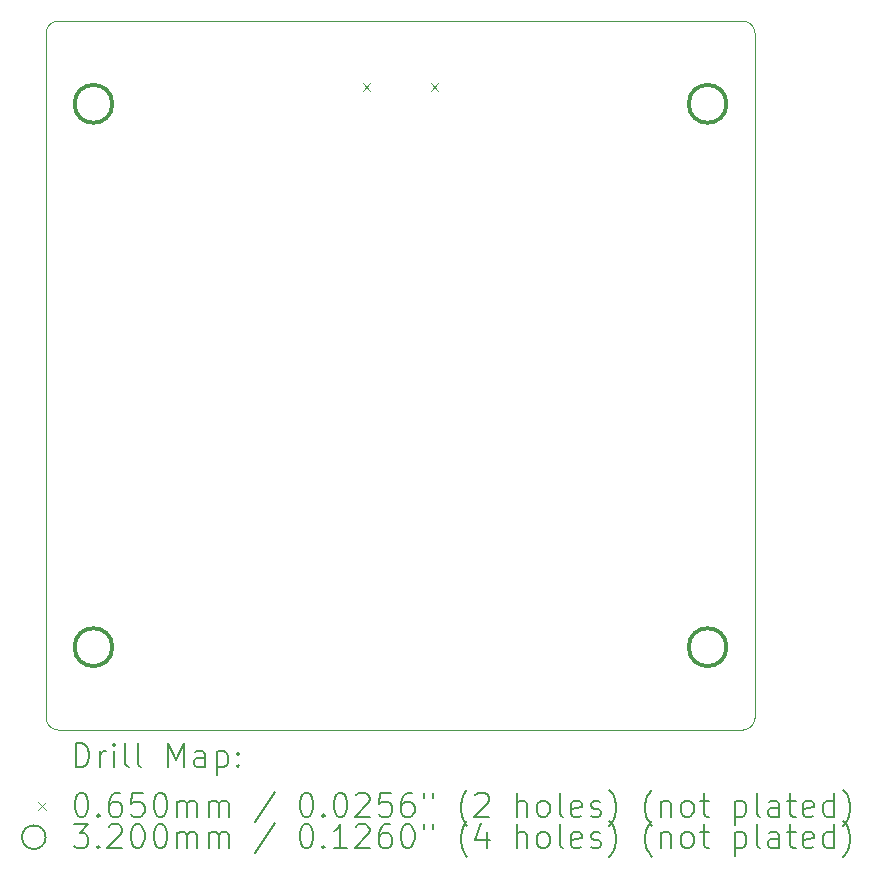
<source format=gbr>
%FSLAX45Y45*%
G04 Gerber Fmt 4.5, Leading zero omitted, Abs format (unit mm)*
G04 Created by KiCad (PCBNEW (6.0.1-0)) date 2022-07-10 21:45:14*
%MOMM*%
%LPD*%
G01*
G04 APERTURE LIST*
%TA.AperFunction,Profile*%
%ADD10C,0.100000*%
%TD*%
%ADD11C,0.200000*%
%ADD12C,0.065000*%
%ADD13C,0.320000*%
G04 APERTURE END LIST*
D10*
X12100000Y-7000000D02*
G75*
G03*
X12000000Y-7100000I0J-100000D01*
G01*
X18000000Y-7100000D02*
G75*
G03*
X17900000Y-7000000I-100000J0D01*
G01*
X17900000Y-13000000D02*
G75*
G03*
X18000000Y-12900000I0J100000D01*
G01*
X12000000Y-12900000D02*
G75*
G03*
X12100000Y-13000000I100000J0D01*
G01*
X12000000Y-12900000D02*
X12000000Y-7100000D01*
X18000000Y-7100000D02*
X18000000Y-12900000D01*
X17900000Y-13000000D02*
X12100000Y-13000000D01*
X12100000Y-7000000D02*
X17900000Y-7000000D01*
D11*
D12*
X14678500Y-7527500D02*
X14743500Y-7592500D01*
X14743500Y-7527500D02*
X14678500Y-7592500D01*
X15256500Y-7527500D02*
X15321500Y-7592500D01*
X15321500Y-7527500D02*
X15256500Y-7592500D01*
D13*
X12560000Y-7700000D02*
G75*
G03*
X12560000Y-7700000I-160000J0D01*
G01*
X12560000Y-12300000D02*
G75*
G03*
X12560000Y-12300000I-160000J0D01*
G01*
X17760000Y-7700000D02*
G75*
G03*
X17760000Y-7700000I-160000J0D01*
G01*
X17760000Y-12300000D02*
G75*
G03*
X17760000Y-12300000I-160000J0D01*
G01*
D11*
X12252619Y-13315476D02*
X12252619Y-13115476D01*
X12300238Y-13115476D01*
X12328809Y-13125000D01*
X12347857Y-13144048D01*
X12357381Y-13163095D01*
X12366905Y-13201190D01*
X12366905Y-13229762D01*
X12357381Y-13267857D01*
X12347857Y-13286905D01*
X12328809Y-13305952D01*
X12300238Y-13315476D01*
X12252619Y-13315476D01*
X12452619Y-13315476D02*
X12452619Y-13182143D01*
X12452619Y-13220238D02*
X12462143Y-13201190D01*
X12471667Y-13191667D01*
X12490714Y-13182143D01*
X12509762Y-13182143D01*
X12576428Y-13315476D02*
X12576428Y-13182143D01*
X12576428Y-13115476D02*
X12566905Y-13125000D01*
X12576428Y-13134524D01*
X12585952Y-13125000D01*
X12576428Y-13115476D01*
X12576428Y-13134524D01*
X12700238Y-13315476D02*
X12681190Y-13305952D01*
X12671667Y-13286905D01*
X12671667Y-13115476D01*
X12805000Y-13315476D02*
X12785952Y-13305952D01*
X12776428Y-13286905D01*
X12776428Y-13115476D01*
X13033571Y-13315476D02*
X13033571Y-13115476D01*
X13100238Y-13258333D01*
X13166905Y-13115476D01*
X13166905Y-13315476D01*
X13347857Y-13315476D02*
X13347857Y-13210714D01*
X13338333Y-13191667D01*
X13319286Y-13182143D01*
X13281190Y-13182143D01*
X13262143Y-13191667D01*
X13347857Y-13305952D02*
X13328809Y-13315476D01*
X13281190Y-13315476D01*
X13262143Y-13305952D01*
X13252619Y-13286905D01*
X13252619Y-13267857D01*
X13262143Y-13248809D01*
X13281190Y-13239286D01*
X13328809Y-13239286D01*
X13347857Y-13229762D01*
X13443095Y-13182143D02*
X13443095Y-13382143D01*
X13443095Y-13191667D02*
X13462143Y-13182143D01*
X13500238Y-13182143D01*
X13519286Y-13191667D01*
X13528809Y-13201190D01*
X13538333Y-13220238D01*
X13538333Y-13277381D01*
X13528809Y-13296428D01*
X13519286Y-13305952D01*
X13500238Y-13315476D01*
X13462143Y-13315476D01*
X13443095Y-13305952D01*
X13624048Y-13296428D02*
X13633571Y-13305952D01*
X13624048Y-13315476D01*
X13614524Y-13305952D01*
X13624048Y-13296428D01*
X13624048Y-13315476D01*
X13624048Y-13191667D02*
X13633571Y-13201190D01*
X13624048Y-13210714D01*
X13614524Y-13201190D01*
X13624048Y-13191667D01*
X13624048Y-13210714D01*
D12*
X11930000Y-13612500D02*
X11995000Y-13677500D01*
X11995000Y-13612500D02*
X11930000Y-13677500D01*
D11*
X12290714Y-13535476D02*
X12309762Y-13535476D01*
X12328809Y-13545000D01*
X12338333Y-13554524D01*
X12347857Y-13573571D01*
X12357381Y-13611667D01*
X12357381Y-13659286D01*
X12347857Y-13697381D01*
X12338333Y-13716428D01*
X12328809Y-13725952D01*
X12309762Y-13735476D01*
X12290714Y-13735476D01*
X12271667Y-13725952D01*
X12262143Y-13716428D01*
X12252619Y-13697381D01*
X12243095Y-13659286D01*
X12243095Y-13611667D01*
X12252619Y-13573571D01*
X12262143Y-13554524D01*
X12271667Y-13545000D01*
X12290714Y-13535476D01*
X12443095Y-13716428D02*
X12452619Y-13725952D01*
X12443095Y-13735476D01*
X12433571Y-13725952D01*
X12443095Y-13716428D01*
X12443095Y-13735476D01*
X12624048Y-13535476D02*
X12585952Y-13535476D01*
X12566905Y-13545000D01*
X12557381Y-13554524D01*
X12538333Y-13583095D01*
X12528809Y-13621190D01*
X12528809Y-13697381D01*
X12538333Y-13716428D01*
X12547857Y-13725952D01*
X12566905Y-13735476D01*
X12605000Y-13735476D01*
X12624048Y-13725952D01*
X12633571Y-13716428D01*
X12643095Y-13697381D01*
X12643095Y-13649762D01*
X12633571Y-13630714D01*
X12624048Y-13621190D01*
X12605000Y-13611667D01*
X12566905Y-13611667D01*
X12547857Y-13621190D01*
X12538333Y-13630714D01*
X12528809Y-13649762D01*
X12824048Y-13535476D02*
X12728809Y-13535476D01*
X12719286Y-13630714D01*
X12728809Y-13621190D01*
X12747857Y-13611667D01*
X12795476Y-13611667D01*
X12814524Y-13621190D01*
X12824048Y-13630714D01*
X12833571Y-13649762D01*
X12833571Y-13697381D01*
X12824048Y-13716428D01*
X12814524Y-13725952D01*
X12795476Y-13735476D01*
X12747857Y-13735476D01*
X12728809Y-13725952D01*
X12719286Y-13716428D01*
X12957381Y-13535476D02*
X12976428Y-13535476D01*
X12995476Y-13545000D01*
X13005000Y-13554524D01*
X13014524Y-13573571D01*
X13024048Y-13611667D01*
X13024048Y-13659286D01*
X13014524Y-13697381D01*
X13005000Y-13716428D01*
X12995476Y-13725952D01*
X12976428Y-13735476D01*
X12957381Y-13735476D01*
X12938333Y-13725952D01*
X12928809Y-13716428D01*
X12919286Y-13697381D01*
X12909762Y-13659286D01*
X12909762Y-13611667D01*
X12919286Y-13573571D01*
X12928809Y-13554524D01*
X12938333Y-13545000D01*
X12957381Y-13535476D01*
X13109762Y-13735476D02*
X13109762Y-13602143D01*
X13109762Y-13621190D02*
X13119286Y-13611667D01*
X13138333Y-13602143D01*
X13166905Y-13602143D01*
X13185952Y-13611667D01*
X13195476Y-13630714D01*
X13195476Y-13735476D01*
X13195476Y-13630714D02*
X13205000Y-13611667D01*
X13224048Y-13602143D01*
X13252619Y-13602143D01*
X13271667Y-13611667D01*
X13281190Y-13630714D01*
X13281190Y-13735476D01*
X13376428Y-13735476D02*
X13376428Y-13602143D01*
X13376428Y-13621190D02*
X13385952Y-13611667D01*
X13405000Y-13602143D01*
X13433571Y-13602143D01*
X13452619Y-13611667D01*
X13462143Y-13630714D01*
X13462143Y-13735476D01*
X13462143Y-13630714D02*
X13471667Y-13611667D01*
X13490714Y-13602143D01*
X13519286Y-13602143D01*
X13538333Y-13611667D01*
X13547857Y-13630714D01*
X13547857Y-13735476D01*
X13938333Y-13525952D02*
X13766905Y-13783095D01*
X14195476Y-13535476D02*
X14214524Y-13535476D01*
X14233571Y-13545000D01*
X14243095Y-13554524D01*
X14252619Y-13573571D01*
X14262143Y-13611667D01*
X14262143Y-13659286D01*
X14252619Y-13697381D01*
X14243095Y-13716428D01*
X14233571Y-13725952D01*
X14214524Y-13735476D01*
X14195476Y-13735476D01*
X14176428Y-13725952D01*
X14166905Y-13716428D01*
X14157381Y-13697381D01*
X14147857Y-13659286D01*
X14147857Y-13611667D01*
X14157381Y-13573571D01*
X14166905Y-13554524D01*
X14176428Y-13545000D01*
X14195476Y-13535476D01*
X14347857Y-13716428D02*
X14357381Y-13725952D01*
X14347857Y-13735476D01*
X14338333Y-13725952D01*
X14347857Y-13716428D01*
X14347857Y-13735476D01*
X14481190Y-13535476D02*
X14500238Y-13535476D01*
X14519286Y-13545000D01*
X14528809Y-13554524D01*
X14538333Y-13573571D01*
X14547857Y-13611667D01*
X14547857Y-13659286D01*
X14538333Y-13697381D01*
X14528809Y-13716428D01*
X14519286Y-13725952D01*
X14500238Y-13735476D01*
X14481190Y-13735476D01*
X14462143Y-13725952D01*
X14452619Y-13716428D01*
X14443095Y-13697381D01*
X14433571Y-13659286D01*
X14433571Y-13611667D01*
X14443095Y-13573571D01*
X14452619Y-13554524D01*
X14462143Y-13545000D01*
X14481190Y-13535476D01*
X14624048Y-13554524D02*
X14633571Y-13545000D01*
X14652619Y-13535476D01*
X14700238Y-13535476D01*
X14719286Y-13545000D01*
X14728809Y-13554524D01*
X14738333Y-13573571D01*
X14738333Y-13592619D01*
X14728809Y-13621190D01*
X14614524Y-13735476D01*
X14738333Y-13735476D01*
X14919286Y-13535476D02*
X14824048Y-13535476D01*
X14814524Y-13630714D01*
X14824048Y-13621190D01*
X14843095Y-13611667D01*
X14890714Y-13611667D01*
X14909762Y-13621190D01*
X14919286Y-13630714D01*
X14928809Y-13649762D01*
X14928809Y-13697381D01*
X14919286Y-13716428D01*
X14909762Y-13725952D01*
X14890714Y-13735476D01*
X14843095Y-13735476D01*
X14824048Y-13725952D01*
X14814524Y-13716428D01*
X15100238Y-13535476D02*
X15062143Y-13535476D01*
X15043095Y-13545000D01*
X15033571Y-13554524D01*
X15014524Y-13583095D01*
X15005000Y-13621190D01*
X15005000Y-13697381D01*
X15014524Y-13716428D01*
X15024048Y-13725952D01*
X15043095Y-13735476D01*
X15081190Y-13735476D01*
X15100238Y-13725952D01*
X15109762Y-13716428D01*
X15119286Y-13697381D01*
X15119286Y-13649762D01*
X15109762Y-13630714D01*
X15100238Y-13621190D01*
X15081190Y-13611667D01*
X15043095Y-13611667D01*
X15024048Y-13621190D01*
X15014524Y-13630714D01*
X15005000Y-13649762D01*
X15195476Y-13535476D02*
X15195476Y-13573571D01*
X15271667Y-13535476D02*
X15271667Y-13573571D01*
X15566905Y-13811667D02*
X15557381Y-13802143D01*
X15538333Y-13773571D01*
X15528809Y-13754524D01*
X15519286Y-13725952D01*
X15509762Y-13678333D01*
X15509762Y-13640238D01*
X15519286Y-13592619D01*
X15528809Y-13564048D01*
X15538333Y-13545000D01*
X15557381Y-13516428D01*
X15566905Y-13506905D01*
X15633571Y-13554524D02*
X15643095Y-13545000D01*
X15662143Y-13535476D01*
X15709762Y-13535476D01*
X15728809Y-13545000D01*
X15738333Y-13554524D01*
X15747857Y-13573571D01*
X15747857Y-13592619D01*
X15738333Y-13621190D01*
X15624048Y-13735476D01*
X15747857Y-13735476D01*
X15985952Y-13735476D02*
X15985952Y-13535476D01*
X16071667Y-13735476D02*
X16071667Y-13630714D01*
X16062143Y-13611667D01*
X16043095Y-13602143D01*
X16014524Y-13602143D01*
X15995476Y-13611667D01*
X15985952Y-13621190D01*
X16195476Y-13735476D02*
X16176428Y-13725952D01*
X16166905Y-13716428D01*
X16157381Y-13697381D01*
X16157381Y-13640238D01*
X16166905Y-13621190D01*
X16176428Y-13611667D01*
X16195476Y-13602143D01*
X16224048Y-13602143D01*
X16243095Y-13611667D01*
X16252619Y-13621190D01*
X16262143Y-13640238D01*
X16262143Y-13697381D01*
X16252619Y-13716428D01*
X16243095Y-13725952D01*
X16224048Y-13735476D01*
X16195476Y-13735476D01*
X16376428Y-13735476D02*
X16357381Y-13725952D01*
X16347857Y-13706905D01*
X16347857Y-13535476D01*
X16528809Y-13725952D02*
X16509762Y-13735476D01*
X16471667Y-13735476D01*
X16452619Y-13725952D01*
X16443095Y-13706905D01*
X16443095Y-13630714D01*
X16452619Y-13611667D01*
X16471667Y-13602143D01*
X16509762Y-13602143D01*
X16528809Y-13611667D01*
X16538333Y-13630714D01*
X16538333Y-13649762D01*
X16443095Y-13668809D01*
X16614524Y-13725952D02*
X16633571Y-13735476D01*
X16671667Y-13735476D01*
X16690714Y-13725952D01*
X16700238Y-13706905D01*
X16700238Y-13697381D01*
X16690714Y-13678333D01*
X16671667Y-13668809D01*
X16643095Y-13668809D01*
X16624048Y-13659286D01*
X16614524Y-13640238D01*
X16614524Y-13630714D01*
X16624048Y-13611667D01*
X16643095Y-13602143D01*
X16671667Y-13602143D01*
X16690714Y-13611667D01*
X16766905Y-13811667D02*
X16776428Y-13802143D01*
X16795476Y-13773571D01*
X16805000Y-13754524D01*
X16814524Y-13725952D01*
X16824048Y-13678333D01*
X16824048Y-13640238D01*
X16814524Y-13592619D01*
X16805000Y-13564048D01*
X16795476Y-13545000D01*
X16776428Y-13516428D01*
X16766905Y-13506905D01*
X17128810Y-13811667D02*
X17119286Y-13802143D01*
X17100238Y-13773571D01*
X17090714Y-13754524D01*
X17081190Y-13725952D01*
X17071667Y-13678333D01*
X17071667Y-13640238D01*
X17081190Y-13592619D01*
X17090714Y-13564048D01*
X17100238Y-13545000D01*
X17119286Y-13516428D01*
X17128810Y-13506905D01*
X17205000Y-13602143D02*
X17205000Y-13735476D01*
X17205000Y-13621190D02*
X17214524Y-13611667D01*
X17233571Y-13602143D01*
X17262143Y-13602143D01*
X17281190Y-13611667D01*
X17290714Y-13630714D01*
X17290714Y-13735476D01*
X17414524Y-13735476D02*
X17395476Y-13725952D01*
X17385952Y-13716428D01*
X17376429Y-13697381D01*
X17376429Y-13640238D01*
X17385952Y-13621190D01*
X17395476Y-13611667D01*
X17414524Y-13602143D01*
X17443095Y-13602143D01*
X17462143Y-13611667D01*
X17471667Y-13621190D01*
X17481190Y-13640238D01*
X17481190Y-13697381D01*
X17471667Y-13716428D01*
X17462143Y-13725952D01*
X17443095Y-13735476D01*
X17414524Y-13735476D01*
X17538333Y-13602143D02*
X17614524Y-13602143D01*
X17566905Y-13535476D02*
X17566905Y-13706905D01*
X17576429Y-13725952D01*
X17595476Y-13735476D01*
X17614524Y-13735476D01*
X17833571Y-13602143D02*
X17833571Y-13802143D01*
X17833571Y-13611667D02*
X17852619Y-13602143D01*
X17890714Y-13602143D01*
X17909762Y-13611667D01*
X17919286Y-13621190D01*
X17928810Y-13640238D01*
X17928810Y-13697381D01*
X17919286Y-13716428D01*
X17909762Y-13725952D01*
X17890714Y-13735476D01*
X17852619Y-13735476D01*
X17833571Y-13725952D01*
X18043095Y-13735476D02*
X18024048Y-13725952D01*
X18014524Y-13706905D01*
X18014524Y-13535476D01*
X18205000Y-13735476D02*
X18205000Y-13630714D01*
X18195476Y-13611667D01*
X18176429Y-13602143D01*
X18138333Y-13602143D01*
X18119286Y-13611667D01*
X18205000Y-13725952D02*
X18185952Y-13735476D01*
X18138333Y-13735476D01*
X18119286Y-13725952D01*
X18109762Y-13706905D01*
X18109762Y-13687857D01*
X18119286Y-13668809D01*
X18138333Y-13659286D01*
X18185952Y-13659286D01*
X18205000Y-13649762D01*
X18271667Y-13602143D02*
X18347857Y-13602143D01*
X18300238Y-13535476D02*
X18300238Y-13706905D01*
X18309762Y-13725952D01*
X18328810Y-13735476D01*
X18347857Y-13735476D01*
X18490714Y-13725952D02*
X18471667Y-13735476D01*
X18433571Y-13735476D01*
X18414524Y-13725952D01*
X18405000Y-13706905D01*
X18405000Y-13630714D01*
X18414524Y-13611667D01*
X18433571Y-13602143D01*
X18471667Y-13602143D01*
X18490714Y-13611667D01*
X18500238Y-13630714D01*
X18500238Y-13649762D01*
X18405000Y-13668809D01*
X18671667Y-13735476D02*
X18671667Y-13535476D01*
X18671667Y-13725952D02*
X18652619Y-13735476D01*
X18614524Y-13735476D01*
X18595476Y-13725952D01*
X18585952Y-13716428D01*
X18576429Y-13697381D01*
X18576429Y-13640238D01*
X18585952Y-13621190D01*
X18595476Y-13611667D01*
X18614524Y-13602143D01*
X18652619Y-13602143D01*
X18671667Y-13611667D01*
X18747857Y-13811667D02*
X18757381Y-13802143D01*
X18776429Y-13773571D01*
X18785952Y-13754524D01*
X18795476Y-13725952D01*
X18805000Y-13678333D01*
X18805000Y-13640238D01*
X18795476Y-13592619D01*
X18785952Y-13564048D01*
X18776429Y-13545000D01*
X18757381Y-13516428D01*
X18747857Y-13506905D01*
X11995000Y-13909000D02*
G75*
G03*
X11995000Y-13909000I-100000J0D01*
G01*
X12233571Y-13799476D02*
X12357381Y-13799476D01*
X12290714Y-13875667D01*
X12319286Y-13875667D01*
X12338333Y-13885190D01*
X12347857Y-13894714D01*
X12357381Y-13913762D01*
X12357381Y-13961381D01*
X12347857Y-13980428D01*
X12338333Y-13989952D01*
X12319286Y-13999476D01*
X12262143Y-13999476D01*
X12243095Y-13989952D01*
X12233571Y-13980428D01*
X12443095Y-13980428D02*
X12452619Y-13989952D01*
X12443095Y-13999476D01*
X12433571Y-13989952D01*
X12443095Y-13980428D01*
X12443095Y-13999476D01*
X12528809Y-13818524D02*
X12538333Y-13809000D01*
X12557381Y-13799476D01*
X12605000Y-13799476D01*
X12624048Y-13809000D01*
X12633571Y-13818524D01*
X12643095Y-13837571D01*
X12643095Y-13856619D01*
X12633571Y-13885190D01*
X12519286Y-13999476D01*
X12643095Y-13999476D01*
X12766905Y-13799476D02*
X12785952Y-13799476D01*
X12805000Y-13809000D01*
X12814524Y-13818524D01*
X12824048Y-13837571D01*
X12833571Y-13875667D01*
X12833571Y-13923286D01*
X12824048Y-13961381D01*
X12814524Y-13980428D01*
X12805000Y-13989952D01*
X12785952Y-13999476D01*
X12766905Y-13999476D01*
X12747857Y-13989952D01*
X12738333Y-13980428D01*
X12728809Y-13961381D01*
X12719286Y-13923286D01*
X12719286Y-13875667D01*
X12728809Y-13837571D01*
X12738333Y-13818524D01*
X12747857Y-13809000D01*
X12766905Y-13799476D01*
X12957381Y-13799476D02*
X12976428Y-13799476D01*
X12995476Y-13809000D01*
X13005000Y-13818524D01*
X13014524Y-13837571D01*
X13024048Y-13875667D01*
X13024048Y-13923286D01*
X13014524Y-13961381D01*
X13005000Y-13980428D01*
X12995476Y-13989952D01*
X12976428Y-13999476D01*
X12957381Y-13999476D01*
X12938333Y-13989952D01*
X12928809Y-13980428D01*
X12919286Y-13961381D01*
X12909762Y-13923286D01*
X12909762Y-13875667D01*
X12919286Y-13837571D01*
X12928809Y-13818524D01*
X12938333Y-13809000D01*
X12957381Y-13799476D01*
X13109762Y-13999476D02*
X13109762Y-13866143D01*
X13109762Y-13885190D02*
X13119286Y-13875667D01*
X13138333Y-13866143D01*
X13166905Y-13866143D01*
X13185952Y-13875667D01*
X13195476Y-13894714D01*
X13195476Y-13999476D01*
X13195476Y-13894714D02*
X13205000Y-13875667D01*
X13224048Y-13866143D01*
X13252619Y-13866143D01*
X13271667Y-13875667D01*
X13281190Y-13894714D01*
X13281190Y-13999476D01*
X13376428Y-13999476D02*
X13376428Y-13866143D01*
X13376428Y-13885190D02*
X13385952Y-13875667D01*
X13405000Y-13866143D01*
X13433571Y-13866143D01*
X13452619Y-13875667D01*
X13462143Y-13894714D01*
X13462143Y-13999476D01*
X13462143Y-13894714D02*
X13471667Y-13875667D01*
X13490714Y-13866143D01*
X13519286Y-13866143D01*
X13538333Y-13875667D01*
X13547857Y-13894714D01*
X13547857Y-13999476D01*
X13938333Y-13789952D02*
X13766905Y-14047095D01*
X14195476Y-13799476D02*
X14214524Y-13799476D01*
X14233571Y-13809000D01*
X14243095Y-13818524D01*
X14252619Y-13837571D01*
X14262143Y-13875667D01*
X14262143Y-13923286D01*
X14252619Y-13961381D01*
X14243095Y-13980428D01*
X14233571Y-13989952D01*
X14214524Y-13999476D01*
X14195476Y-13999476D01*
X14176428Y-13989952D01*
X14166905Y-13980428D01*
X14157381Y-13961381D01*
X14147857Y-13923286D01*
X14147857Y-13875667D01*
X14157381Y-13837571D01*
X14166905Y-13818524D01*
X14176428Y-13809000D01*
X14195476Y-13799476D01*
X14347857Y-13980428D02*
X14357381Y-13989952D01*
X14347857Y-13999476D01*
X14338333Y-13989952D01*
X14347857Y-13980428D01*
X14347857Y-13999476D01*
X14547857Y-13999476D02*
X14433571Y-13999476D01*
X14490714Y-13999476D02*
X14490714Y-13799476D01*
X14471667Y-13828048D01*
X14452619Y-13847095D01*
X14433571Y-13856619D01*
X14624048Y-13818524D02*
X14633571Y-13809000D01*
X14652619Y-13799476D01*
X14700238Y-13799476D01*
X14719286Y-13809000D01*
X14728809Y-13818524D01*
X14738333Y-13837571D01*
X14738333Y-13856619D01*
X14728809Y-13885190D01*
X14614524Y-13999476D01*
X14738333Y-13999476D01*
X14909762Y-13799476D02*
X14871667Y-13799476D01*
X14852619Y-13809000D01*
X14843095Y-13818524D01*
X14824048Y-13847095D01*
X14814524Y-13885190D01*
X14814524Y-13961381D01*
X14824048Y-13980428D01*
X14833571Y-13989952D01*
X14852619Y-13999476D01*
X14890714Y-13999476D01*
X14909762Y-13989952D01*
X14919286Y-13980428D01*
X14928809Y-13961381D01*
X14928809Y-13913762D01*
X14919286Y-13894714D01*
X14909762Y-13885190D01*
X14890714Y-13875667D01*
X14852619Y-13875667D01*
X14833571Y-13885190D01*
X14824048Y-13894714D01*
X14814524Y-13913762D01*
X15052619Y-13799476D02*
X15071667Y-13799476D01*
X15090714Y-13809000D01*
X15100238Y-13818524D01*
X15109762Y-13837571D01*
X15119286Y-13875667D01*
X15119286Y-13923286D01*
X15109762Y-13961381D01*
X15100238Y-13980428D01*
X15090714Y-13989952D01*
X15071667Y-13999476D01*
X15052619Y-13999476D01*
X15033571Y-13989952D01*
X15024048Y-13980428D01*
X15014524Y-13961381D01*
X15005000Y-13923286D01*
X15005000Y-13875667D01*
X15014524Y-13837571D01*
X15024048Y-13818524D01*
X15033571Y-13809000D01*
X15052619Y-13799476D01*
X15195476Y-13799476D02*
X15195476Y-13837571D01*
X15271667Y-13799476D02*
X15271667Y-13837571D01*
X15566905Y-14075667D02*
X15557381Y-14066143D01*
X15538333Y-14037571D01*
X15528809Y-14018524D01*
X15519286Y-13989952D01*
X15509762Y-13942333D01*
X15509762Y-13904238D01*
X15519286Y-13856619D01*
X15528809Y-13828048D01*
X15538333Y-13809000D01*
X15557381Y-13780428D01*
X15566905Y-13770905D01*
X15728809Y-13866143D02*
X15728809Y-13999476D01*
X15681190Y-13789952D02*
X15633571Y-13932809D01*
X15757381Y-13932809D01*
X15985952Y-13999476D02*
X15985952Y-13799476D01*
X16071667Y-13999476D02*
X16071667Y-13894714D01*
X16062143Y-13875667D01*
X16043095Y-13866143D01*
X16014524Y-13866143D01*
X15995476Y-13875667D01*
X15985952Y-13885190D01*
X16195476Y-13999476D02*
X16176428Y-13989952D01*
X16166905Y-13980428D01*
X16157381Y-13961381D01*
X16157381Y-13904238D01*
X16166905Y-13885190D01*
X16176428Y-13875667D01*
X16195476Y-13866143D01*
X16224048Y-13866143D01*
X16243095Y-13875667D01*
X16252619Y-13885190D01*
X16262143Y-13904238D01*
X16262143Y-13961381D01*
X16252619Y-13980428D01*
X16243095Y-13989952D01*
X16224048Y-13999476D01*
X16195476Y-13999476D01*
X16376428Y-13999476D02*
X16357381Y-13989952D01*
X16347857Y-13970905D01*
X16347857Y-13799476D01*
X16528809Y-13989952D02*
X16509762Y-13999476D01*
X16471667Y-13999476D01*
X16452619Y-13989952D01*
X16443095Y-13970905D01*
X16443095Y-13894714D01*
X16452619Y-13875667D01*
X16471667Y-13866143D01*
X16509762Y-13866143D01*
X16528809Y-13875667D01*
X16538333Y-13894714D01*
X16538333Y-13913762D01*
X16443095Y-13932809D01*
X16614524Y-13989952D02*
X16633571Y-13999476D01*
X16671667Y-13999476D01*
X16690714Y-13989952D01*
X16700238Y-13970905D01*
X16700238Y-13961381D01*
X16690714Y-13942333D01*
X16671667Y-13932809D01*
X16643095Y-13932809D01*
X16624048Y-13923286D01*
X16614524Y-13904238D01*
X16614524Y-13894714D01*
X16624048Y-13875667D01*
X16643095Y-13866143D01*
X16671667Y-13866143D01*
X16690714Y-13875667D01*
X16766905Y-14075667D02*
X16776428Y-14066143D01*
X16795476Y-14037571D01*
X16805000Y-14018524D01*
X16814524Y-13989952D01*
X16824048Y-13942333D01*
X16824048Y-13904238D01*
X16814524Y-13856619D01*
X16805000Y-13828048D01*
X16795476Y-13809000D01*
X16776428Y-13780428D01*
X16766905Y-13770905D01*
X17128810Y-14075667D02*
X17119286Y-14066143D01*
X17100238Y-14037571D01*
X17090714Y-14018524D01*
X17081190Y-13989952D01*
X17071667Y-13942333D01*
X17071667Y-13904238D01*
X17081190Y-13856619D01*
X17090714Y-13828048D01*
X17100238Y-13809000D01*
X17119286Y-13780428D01*
X17128810Y-13770905D01*
X17205000Y-13866143D02*
X17205000Y-13999476D01*
X17205000Y-13885190D02*
X17214524Y-13875667D01*
X17233571Y-13866143D01*
X17262143Y-13866143D01*
X17281190Y-13875667D01*
X17290714Y-13894714D01*
X17290714Y-13999476D01*
X17414524Y-13999476D02*
X17395476Y-13989952D01*
X17385952Y-13980428D01*
X17376429Y-13961381D01*
X17376429Y-13904238D01*
X17385952Y-13885190D01*
X17395476Y-13875667D01*
X17414524Y-13866143D01*
X17443095Y-13866143D01*
X17462143Y-13875667D01*
X17471667Y-13885190D01*
X17481190Y-13904238D01*
X17481190Y-13961381D01*
X17471667Y-13980428D01*
X17462143Y-13989952D01*
X17443095Y-13999476D01*
X17414524Y-13999476D01*
X17538333Y-13866143D02*
X17614524Y-13866143D01*
X17566905Y-13799476D02*
X17566905Y-13970905D01*
X17576429Y-13989952D01*
X17595476Y-13999476D01*
X17614524Y-13999476D01*
X17833571Y-13866143D02*
X17833571Y-14066143D01*
X17833571Y-13875667D02*
X17852619Y-13866143D01*
X17890714Y-13866143D01*
X17909762Y-13875667D01*
X17919286Y-13885190D01*
X17928810Y-13904238D01*
X17928810Y-13961381D01*
X17919286Y-13980428D01*
X17909762Y-13989952D01*
X17890714Y-13999476D01*
X17852619Y-13999476D01*
X17833571Y-13989952D01*
X18043095Y-13999476D02*
X18024048Y-13989952D01*
X18014524Y-13970905D01*
X18014524Y-13799476D01*
X18205000Y-13999476D02*
X18205000Y-13894714D01*
X18195476Y-13875667D01*
X18176429Y-13866143D01*
X18138333Y-13866143D01*
X18119286Y-13875667D01*
X18205000Y-13989952D02*
X18185952Y-13999476D01*
X18138333Y-13999476D01*
X18119286Y-13989952D01*
X18109762Y-13970905D01*
X18109762Y-13951857D01*
X18119286Y-13932809D01*
X18138333Y-13923286D01*
X18185952Y-13923286D01*
X18205000Y-13913762D01*
X18271667Y-13866143D02*
X18347857Y-13866143D01*
X18300238Y-13799476D02*
X18300238Y-13970905D01*
X18309762Y-13989952D01*
X18328810Y-13999476D01*
X18347857Y-13999476D01*
X18490714Y-13989952D02*
X18471667Y-13999476D01*
X18433571Y-13999476D01*
X18414524Y-13989952D01*
X18405000Y-13970905D01*
X18405000Y-13894714D01*
X18414524Y-13875667D01*
X18433571Y-13866143D01*
X18471667Y-13866143D01*
X18490714Y-13875667D01*
X18500238Y-13894714D01*
X18500238Y-13913762D01*
X18405000Y-13932809D01*
X18671667Y-13999476D02*
X18671667Y-13799476D01*
X18671667Y-13989952D02*
X18652619Y-13999476D01*
X18614524Y-13999476D01*
X18595476Y-13989952D01*
X18585952Y-13980428D01*
X18576429Y-13961381D01*
X18576429Y-13904238D01*
X18585952Y-13885190D01*
X18595476Y-13875667D01*
X18614524Y-13866143D01*
X18652619Y-13866143D01*
X18671667Y-13875667D01*
X18747857Y-14075667D02*
X18757381Y-14066143D01*
X18776429Y-14037571D01*
X18785952Y-14018524D01*
X18795476Y-13989952D01*
X18805000Y-13942333D01*
X18805000Y-13904238D01*
X18795476Y-13856619D01*
X18785952Y-13828048D01*
X18776429Y-13809000D01*
X18757381Y-13780428D01*
X18747857Y-13770905D01*
M02*

</source>
